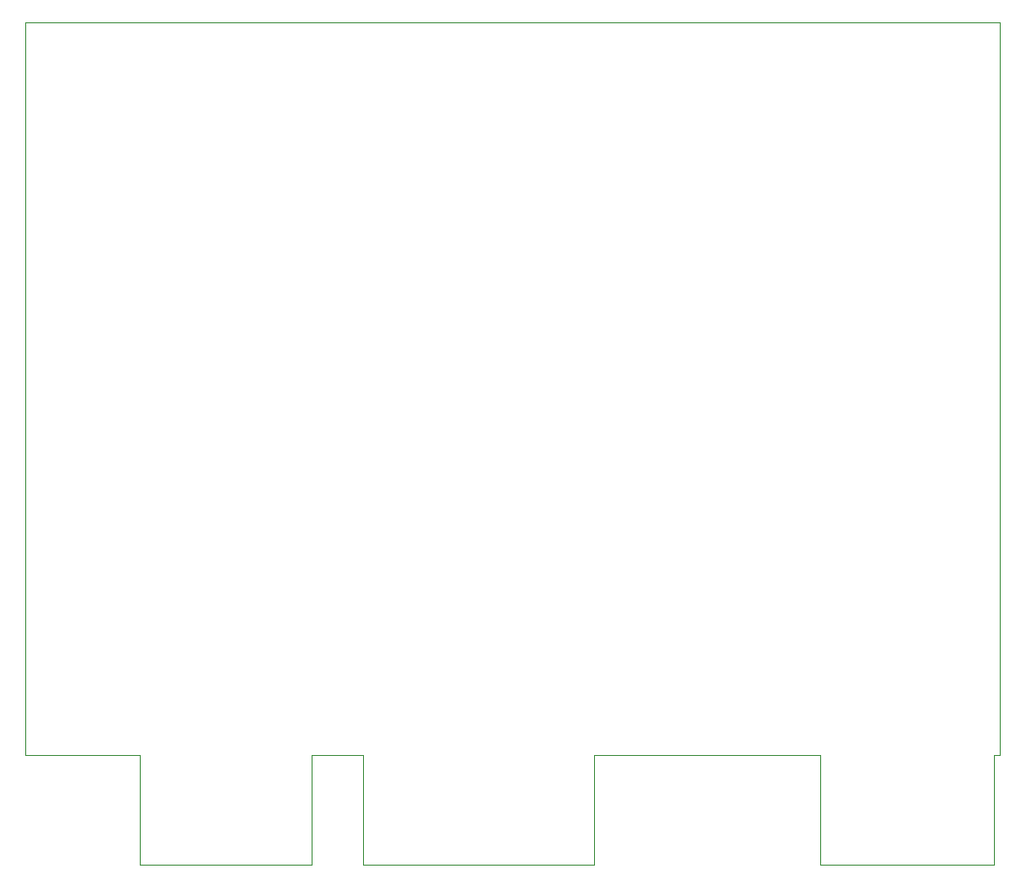
<source format=gbr>
%TF.GenerationSoftware,KiCad,Pcbnew,7.0.9*%
%TF.CreationDate,2024-06-26T15:19:19+03:00*%
%TF.ProjectId,_____ _________ ___________,1f3b3042-3020-43e4-913d-3e323d3e333e,rev?*%
%TF.SameCoordinates,Original*%
%TF.FileFunction,Profile,NP*%
%FSLAX46Y46*%
G04 Gerber Fmt 4.6, Leading zero omitted, Abs format (unit mm)*
G04 Created by KiCad (PCBNEW 7.0.9) date 2024-06-26 15:19:19*
%MOMM*%
%LPD*%
G01*
G04 APERTURE LIST*
%TA.AperFunction,Profile*%
%ADD10C,0.100000*%
%TD*%
G04 APERTURE END LIST*
D10*
X175000000Y-100000000D02*
X175000000Y-36000000D01*
X119500000Y-100000000D02*
X119500000Y-109500000D01*
X90000000Y-100000000D02*
X90000000Y-36000000D01*
X175000000Y-36000000D02*
X90000000Y-36000000D01*
X97500000Y-100000000D02*
X90000000Y-100000000D01*
X100000000Y-109500000D02*
X115000000Y-109500000D01*
X115000000Y-100000000D02*
X119500000Y-100000000D01*
X159400000Y-109500000D02*
X174500000Y-109500000D01*
X97500000Y-100000000D02*
X100000000Y-100000000D01*
X174500000Y-100000000D02*
X175000000Y-100000000D01*
X139600000Y-109500000D02*
X139600000Y-100000000D01*
X159400000Y-100000000D02*
X159400000Y-109500000D01*
X139600000Y-100000000D02*
X159400000Y-100000000D01*
X115000000Y-109500000D02*
X115000000Y-100000000D01*
X174500000Y-109500000D02*
X174500000Y-100000000D01*
X100000000Y-100000000D02*
X100000000Y-109500000D01*
X119500000Y-109500000D02*
X139600000Y-109500000D01*
M02*

</source>
